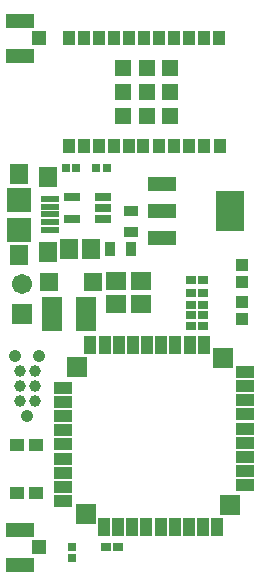
<source format=gts>
G04 Layer_Color=8388736*
%FSLAX24Y24*%
%MOIN*%
G70*
G01*
G75*
%ADD64R,0.0946X0.0493*%
%ADD65R,0.0474X0.0493*%
%ADD66R,0.0330X0.0280*%
%ADD67R,0.0680X0.0600*%
%ADD68R,0.0395X0.0395*%
%ADD69R,0.0277X0.0316*%
%ADD70R,0.0710X0.1150*%
%ADD71R,0.0480X0.0380*%
%ADD72R,0.0380X0.0480*%
%ADD73R,0.0640X0.0640*%
%ADD74R,0.0612X0.0237*%
%ADD75R,0.0631X0.0710*%
%ADD76R,0.0592X0.0651*%
%ADD77R,0.0828X0.0828*%
%ADD78C,0.0390*%
%ADD79R,0.0600X0.0680*%
%ADD80R,0.0300X0.0308*%
%ADD81R,0.0560X0.0300*%
%ADD82R,0.0926X0.0454*%
%ADD83R,0.0926X0.1360*%
%ADD84R,0.0433X0.0630*%
%ADD85R,0.0630X0.0433*%
%ADD86R,0.0630X0.0433*%
%ADD87R,0.0709X0.0709*%
%ADD88R,0.0395X0.0474*%
%ADD89R,0.0552X0.0552*%
%ADD90R,0.0474X0.0434*%
%ADD91C,0.0420*%
%ADD92R,0.0671X0.0671*%
%ADD93C,0.0671*%
D64*
X689Y3602D02*
D03*
Y4764D02*
D03*
X689Y21732D02*
D03*
Y20571D02*
D03*
D65*
X1309Y4183D02*
D03*
X1309Y21152D02*
D03*
D66*
X6781Y11919D02*
D03*
X6368D02*
D03*
X6781Y12264D02*
D03*
X6368D02*
D03*
X6781Y11555D02*
D03*
X6368D02*
D03*
X3533Y4203D02*
D03*
X3947D02*
D03*
X6781Y12657D02*
D03*
X6368D02*
D03*
Y13091D02*
D03*
X6781D02*
D03*
D67*
X3878Y12287D02*
D03*
Y13041D02*
D03*
X4715Y12297D02*
D03*
Y13051D02*
D03*
D68*
X8091Y12372D02*
D03*
Y11782D02*
D03*
Y13602D02*
D03*
Y13012D02*
D03*
D69*
X3219Y16831D02*
D03*
X3573D02*
D03*
X2205D02*
D03*
X2559D02*
D03*
D70*
X1753Y11968D02*
D03*
X2864D02*
D03*
D71*
X4372Y15393D02*
D03*
Y14693D02*
D03*
D72*
X3692Y14117D02*
D03*
X4392D02*
D03*
D73*
X3100Y13032D02*
D03*
X1642D02*
D03*
D74*
X1683Y15787D02*
D03*
Y15532D02*
D03*
Y15276D02*
D03*
Y14764D02*
D03*
Y15020D02*
D03*
D75*
X1594Y16535D02*
D03*
Y14016D02*
D03*
D76*
X630Y13927D02*
D03*
X630Y16624D02*
D03*
D77*
X630Y14765D02*
D03*
X630Y15749D02*
D03*
D78*
X675Y10063D02*
D03*
X1175Y9063D02*
D03*
X675D02*
D03*
X1175Y9563D02*
D03*
Y10063D02*
D03*
X675Y9563D02*
D03*
D79*
X2293Y14114D02*
D03*
X3047D02*
D03*
D80*
X2416Y4203D02*
D03*
Y3825D02*
D03*
D81*
X2413Y15118D02*
D03*
Y15872D02*
D03*
X3445D02*
D03*
Y15492D02*
D03*
Y15118D02*
D03*
D82*
X5404Y15384D02*
D03*
Y16289D02*
D03*
Y14478D02*
D03*
D83*
X7687Y15384D02*
D03*
D84*
X5859Y10932D02*
D03*
X6305Y4868D02*
D03*
X5387Y10932D02*
D03*
X4442D02*
D03*
X5833Y4868D02*
D03*
X3497Y10932D02*
D03*
X6331D02*
D03*
X4914D02*
D03*
X6804D02*
D03*
X4888Y4868D02*
D03*
X3943D02*
D03*
X4415D02*
D03*
X3969Y10932D02*
D03*
X3024D02*
D03*
X7250Y4868D02*
D03*
X5360D02*
D03*
X6778D02*
D03*
X3470D02*
D03*
D85*
X2100Y6662D02*
D03*
X8163Y7664D02*
D03*
Y9081D02*
D03*
X2100Y8552D02*
D03*
Y7607D02*
D03*
X8163Y6719D02*
D03*
Y7191D02*
D03*
X2100Y8079D02*
D03*
Y7134D02*
D03*
Y9024D02*
D03*
X8163Y6246D02*
D03*
Y9554D02*
D03*
Y10026D02*
D03*
X2100Y9496D02*
D03*
X8163Y8136D02*
D03*
Y8609D02*
D03*
D86*
X2100Y6189D02*
D03*
Y5717D02*
D03*
D87*
X2884Y5297D02*
D03*
X2584Y10197D02*
D03*
X7434Y10497D02*
D03*
X7684Y5597D02*
D03*
D88*
X6800Y21165D02*
D03*
X6300D02*
D03*
X5800D02*
D03*
X5300D02*
D03*
X4800D02*
D03*
X4300D02*
D03*
X3800D02*
D03*
X3300D02*
D03*
X2800D02*
D03*
X2300D02*
D03*
X7300D02*
D03*
X7350Y17543D02*
D03*
X6800D02*
D03*
X6300D02*
D03*
X5800D02*
D03*
X5300D02*
D03*
X4792D02*
D03*
X4300D02*
D03*
X3800D02*
D03*
X3300D02*
D03*
X2800D02*
D03*
X2300D02*
D03*
D89*
X5686Y20142D02*
D03*
X4898D02*
D03*
X4111D02*
D03*
X5686Y19354D02*
D03*
Y18567D02*
D03*
X4898Y19354D02*
D03*
Y18567D02*
D03*
X4111D02*
D03*
Y19354D02*
D03*
D90*
X581Y7589D02*
D03*
Y5974D02*
D03*
X1211Y7589D02*
D03*
Y5974D02*
D03*
D91*
X1325Y10563D02*
D03*
X525D02*
D03*
X925Y8563D02*
D03*
D92*
X758Y11949D02*
D03*
D93*
Y12949D02*
D03*
M02*

</source>
